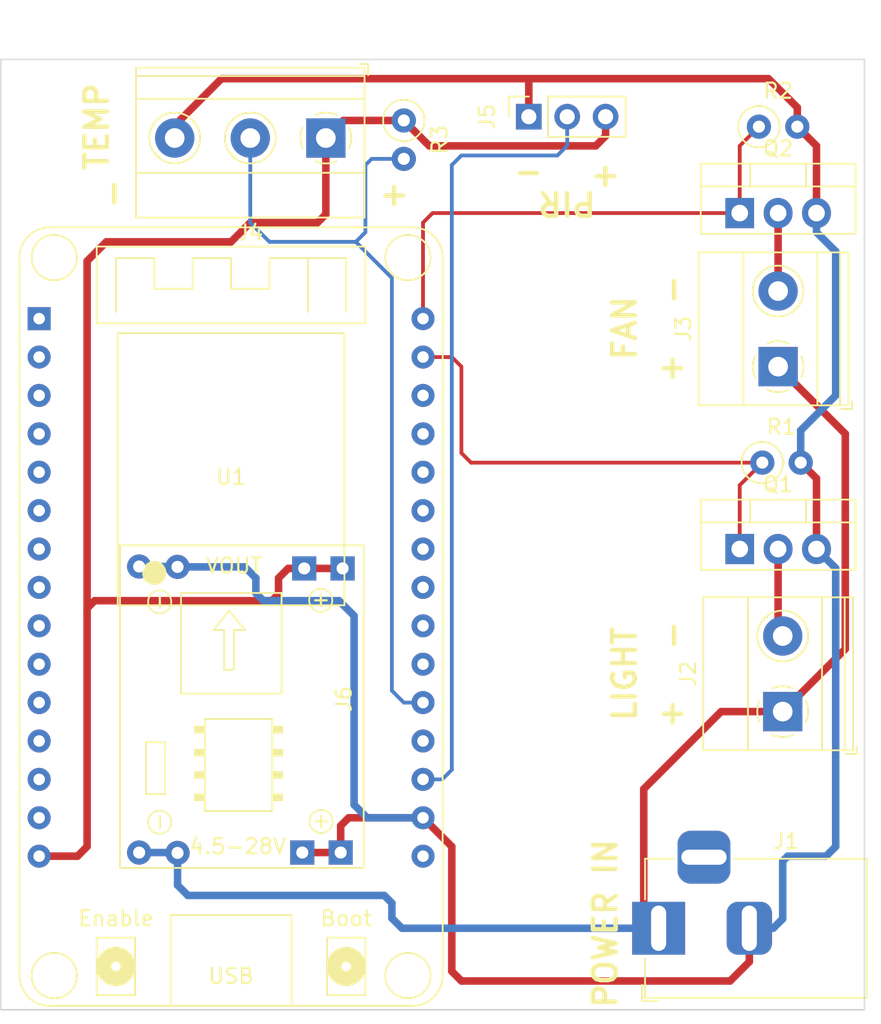
<source format=kicad_pcb>
(kicad_pcb (version 20240108) (generator "pcbnew") (generator_version "8.0")
  (layers (0 "F.Cu" signal) (31 "B.Cu" signal) (34 "B.Paste" user) (35 "F.Paste" user) (36 "B.SilkS" user "B.Silkscreen") (37 "F.SilkS" user "F.Silkscreen") (38 "B.Mask" user) (39 "F.Mask" user) (44 "Edge.Cuts" user))
  (net 0 "")
  (net 1 "Net-(J2-Pin_1)")
  (net 2 "Net-(J4-Pin_3)")
  (net 3 "Net-(J2-Pin_2)")
  (net 4 "Net-(J3-Pin_2)")
  (net 5 "Net-(J4-Pin_2)")
  (net 6 "Net-(J4-Pin_1)")
  (net 7 "Net-(J5-Pin_2)")
  (net 8 "Net-(Q1-G)")
  (net 9 "Net-(Q2-G)")
  (footprint "esp32_devkit_v1_doit:esp32_devkit_v1_doit" (layer "F.Cu") (at 86.36 53.34)
    (property "Reference" "U1" (at 0 10.47 0) (layer "F.SilkS"))
    (property "Value" "ESP32_DevKit_V1_DOIT")
    (fp_line (start -14 -4.04) (end -14 43.46) (stroke (width 0.12)) (layer "F.SilkS"))
    (fp_line (start -12 -6.04) (end 12 -6.04) (stroke (width 0.12)) (layer "F.SilkS"))
    (fp_line (start -12 45.46) (end 12 45.46) (stroke (width 0.12)) (layer "F.SilkS"))
    (fp_line (start -8.89 -4.77) (end 8.89 -4.77) (stroke (width 0.12)) (layer "F.SilkS"))
    (fp_line (start -8.89 0.31) (end -8.89 -4.77) (stroke (width 0.12)) (layer "F.SilkS"))
    (fp_line (start -8.89 40.95) (end -6.35 40.95) (stroke (width 0.12)) (layer "F.SilkS"))
    (fp_line (start -8.89 44.76) (end -8.89 40.95) (stroke (width 0.12)) (layer "F.SilkS"))
    (fp_line (start -7.62 -4.008) (end -5.08 -4.008) (stroke (width 0.12)) (layer "F.SilkS"))
    (fp_line (start -7.62 -0.452) (end -7.62 -4.008) (stroke (width 0.12)) (layer "F.SilkS"))
    (fp_line (start -7.5 0.96) (end 7.5 0.96) (stroke (width 0.12)) (layer "F.SilkS"))
    (fp_line (start -7.5 18.96) (end -7.5 0.96) (stroke (width 0.12)) (layer "F.SilkS"))
    (fp_line (start -6.35 40.95) (end -6.35 44.76) (stroke (width 0.12)) (layer "F.SilkS"))
    (fp_line (start -6.35 44.76) (end -8.89 44.76) (stroke (width 0.12)) (layer "F.SilkS"))
    (fp_line (start -5.08 -4.008) (end -5.08 -1.976) (stroke (width 0.12)) (layer "F.SilkS"))
    (fp_line (start -5.08 -1.976) (end -2.54 -1.976) (stroke (width 0.12)) (layer "F.SilkS"))
    (fp_line (start -4 39.46) (end -4 45.46) (stroke (width 0.12)) (layer "F.SilkS"))
    (fp_line (start -4 39.46) (end 4 39.46) (stroke (width 0.12)) (layer "F.SilkS"))
    (fp_line (start -2.54 -4.008) (end 0 -4.008) (stroke (width 0.12)) (layer "F.SilkS"))
    (fp_line (start -2.54 -1.976) (end -2.54 -4.008) (stroke (width 0.12)) (layer "F.SilkS"))
    (fp_line (start 0 -4.008) (end 0 -1.976) (stroke (width 0.12)) (layer "F.SilkS"))
    (fp_line (start 0 -1.976) (end 2.54 -1.976) (stroke (width 0.12)) (layer "F.SilkS"))
    (fp_line (start 2.54 -4.008) (end 7.62 -4.008) (stroke (width 0.12)) (layer "F.SilkS"))
    (fp_line (start 2.54 -1.976) (end 2.54 -4.008) (stroke (width 0.12)) (layer "F.SilkS"))
    (fp_line (start 4 39.46) (end 4 45.46) (stroke (width 0.12)) (layer "F.SilkS"))
    (fp_line (start 5.08 -4.008) (end 5.08 -0.452) (stroke (width 0.12)) (layer "F.SilkS"))
    (fp_line (start 6.35 40.95) (end 8.89 40.95) (stroke (width 0.12)) (layer "F.SilkS"))
    (fp_line (start 6.35 44.76) (end 6.35 40.95) (stroke (width 0.12)) (layer "F.SilkS"))
    (fp_line (start 7.5 0.96) (end 7.5 18.96) (stroke (width 0.12)) (layer "F.SilkS"))
    (fp_line (start 7.5 18.96) (end -7.5 18.96) (stroke (width 0.12)) (layer "F.SilkS"))
    (fp_line (start 7.62 -4.008) (end 7.62 -0.452) (stroke (width 0.12)) (layer "F.SilkS"))
    (fp_line (start 8.89 -4.77) (end 8.89 0.31) (stroke (width 0.12)) (layer "F.SilkS"))
    (fp_line (start 8.89 0.31) (end -8.89 0.31) (stroke (width 0.12)) (layer "F.SilkS"))
    (fp_line (start 8.89 40.95) (end 8.89 44.76) (stroke (width 0.12)) (layer "F.SilkS"))
    (fp_line (start 8.89 44.76) (end 6.35 44.76) (stroke (width 0.12)) (layer "F.SilkS"))
    (fp_line (start 14 43.46) (end 14 -4.04) (stroke (width 0.12)) (layer "F.SilkS"))
    (fp_arc (start -14 -4.04) (mid -13.414214 -5.454214) (end -12 -6.04) (stroke (width 0.12)) (layer "F.SilkS"))
    (fp_arc (start -12 45.46) (mid -13.414214 44.874214) (end -14 43.46) (stroke (width 0.12)) (layer "F.SilkS"))
    (fp_arc (start 12 -6.04) (mid 13.414214 -5.454214) (end 14 -4.04) (stroke (width 0.12)) (layer "F.SilkS"))
    (fp_arc (start 14 43.46) (mid 13.414214 44.874214) (end 12 45.46) (stroke (width 0.12)) (layer "F.SilkS"))
    (fp_circle (center -11.7 -4.04) (end -10.2 -4.04) (stroke (width 0.12)) (fill none) (layer "F.SilkS"))
    (fp_circle (center -11.7 43.46) (end -10.2 43.46) (stroke (width 0.12)) (fill none) (layer "F.SilkS"))
    (fp_circle (center -7.62 42.855) (end -7.32 42.855) (stroke (width 1)) (fill none) (layer "F.SilkS"))
    (fp_circle (center -5.08 16.82) (end -4.68 16.82) (stroke (width 0.8)) (fill none) (layer "F.SilkS"))
    (fp_circle (center 7.62 42.855) (end 7.92 42.855) (stroke (width 1)) (fill none) (layer "F.SilkS"))
    (fp_circle (center 11.7 -4.04) (end 13.2 -4.04) (stroke (width 0.12)) (fill none) (layer "F.SilkS"))
    (fp_circle (center 11.7 43.46) (end 13.2 43.46) (stroke (width 0.12)) (fill none) (layer "F.SilkS"))
    (fp_text user "Enable" (at -7.62 39.68 0) (layer "F.SilkS"))
    (fp_text user "Boot" (at 7.62 39.68 0) (layer "F.SilkS"))
    (fp_text user "USB" (at 0 43.49 0) (layer "F.SilkS"))
    (pad "1" thru_hole rect (at -12.7 0) (size 1.524 1.524) (drill 0.762) (layers "*.Cu" "*.Mask"))
    (pad "2" thru_hole circle (at -12.7 2.54) (size 1.524 1.524) (drill 0.762) (layers "*.Cu" "*.Mask"))
    (pad "3" thru_hole circle (at -12.7 5.08) (size 1.524 1.524) (drill 0.762) (layers "*.Cu" "*.Mask"))
    (pad "4" thru_hole circle (at -12.7 7.62) (size 1.524 1.524) (drill 0.762) (layers "*.Cu" "*.Mask"))
    (pad "5" thru_hole circle (at -12.7 10.16) (size 1.524 1.524) (drill 0.762) (layers "*.Cu" "*.Mask"))
    (pad "6" thru_hole circle (at -12.7 12.7) (size 1.524 1.524) (drill 0.762) (layers "*.Cu" "*.Mask"))
    (pad "7" thru_hole circle (at -12.7 15.24) (size 1.524 1.524) (drill 0.762) (layers "*.Cu" "*.Mask"))
    (pad "8" thru_hole circle (at -12.7 17.78) (size 1.524 1.524) (drill 0.762) (layers "*.Cu" "*.Mask"))
    (pad "9" thru_hole circle (at -12.7 20.32) (size 1.524 1.524) (drill 0.762) (layers "*.Cu" "*.Mask"))
    (pad "10" thru_hole circle (at -12.7 22.86) (size 1.524 1.524) (drill 0.762) (layers "*.Cu" "*.Mask"))
    (pad "11" thru_hole circle (at -12.7 25.4) (size 1.524 1.524) (drill 0.762) (layers "*.Cu" "*.Mask"))
    (pad "12" thru_hole circle (at -12.7 27.94) (size 1.524 1.524) (drill 0.762) (layers "*.Cu" "*.Mask"))
    (pad "13" thru_hole circle (at -12.7 30.48) (size 1.524 1.524) (drill 0.762) (layers "*.Cu" "*.Mask"))
    (pad "14" thru_hole circle (at -12.7 33.02) (size 1.524 1.524) (drill 0.762) (layers "*.Cu" "*.Mask"))
    (pad "15" thru_hole circle (at -12.7 35.56) (size 1.524 1.524) (drill 0.762) (layers "*.Cu" "*.Mask") (net 6 "Net-(J4-Pin_1)"))
    (pad "16" thru_hole circle (at 12.7 35.56) (size 1.524 1.524) (drill 0.762) (layers "*.Cu" "*.Mask"))
    (pad "17" thru_hole circle (at 12.7 33.02) (size 1.524 1.524) (drill 0.762) (layers "*.Cu" "*.Mask") (net 2 "Net-(J4-Pin_3)"))
    (pad "18" thru_hole circle (at 12.7 30.48) (size 1.524 1.524) (drill 0.762) (layers "*.Cu" "*.Mask") (net 7 "Net-(J5-Pin_2)"))
    (pad "19" thru_hole circle (at 12.7 27.94) (size 1.524 1.524) (drill 0.762) (layers "*.Cu" "*.Mask"))
    (pad "20" thru_hole circle (at 12.7 25.4) (size 1.524 1.524) (drill 0.762) (layers "*.Cu" "*.Mask") (net 5 "Net-(J4-Pin_2)"))
    (pad "21" thru_hole circle (at 12.7 22.86) (size 1.524 1.524) (drill 0.762) (layers "*.Cu" "*.Mask"))
    (pad "22" thru_hole circle (at 12.7 20.32) (size 1.524 1.524) (drill 0.762) (layers "*.Cu" "*.Mask"))
    (pad "23" thru_hole circle (at 12.7 17.78) (size 1.524 1.524) (drill 0.762) (layers "*.Cu" "*.Mask"))
    (pad "24" thru_hole circle (at 12.7 15.24) (size 1.524 1.524) (drill 0.762) (layers "*.Cu" "*.Mask"))
    (pad "25" thru_hole circle (at 12.7 12.7) (size 1.524 1.524) (drill 0.762) (layers "*.Cu" "*.Mask"))
    (pad "26" thru_hole circle (at 12.7 10.16) (size 1.524 1.524) (drill 0.762) (layers "*.Cu" "*.Mask"))
    (pad "27" thru_hole circle (at 12.7 7.62) (size 1.524 1.524) (drill 0.762) (layers "*.Cu" "*.Mask"))
    (pad "28" thru_hole circle (at 12.7 5.08) (size 1.524 1.524) (drill 0.762) (layers "*.Cu" "*.Mask"))
    (pad "29" thru_hole circle (at 12.7 2.54) (size 1.524 1.524) (drill 0.762) (layers "*.Cu" "*.Mask") (net 8 "Net-(Q1-G)"))
    (pad "30" thru_hole circle (at 12.7 0) (size 1.524 1.524) (drill 0.762) (layers "*.Cu" "*.Mask") (net 9 "Net-(Q2-G)"))
  )
  (footprint "Connector_PinSocket_2.54mm:PinSocket_1x03_P2.54mm_Vertical" (layer "F.Cu") (at 106.06 39.98 90)
    (property "Reference" "J5" (at 0 -2.77 90) (layer "F.SilkS"))
    (property "Value" "Conn_01x03_Female")
    (fp_line (start 1.33 -1.33) (end 1.33 0) (stroke (width 0.12)) (layer "F.SilkS"))
    (fp_line (start 0 -1.33) (end 1.33 -1.33) (stroke (width 0.12)) (layer "F.SilkS"))
    (fp_line (start 1.33 1.27) (end 1.33 6.41) (stroke (width 0.12)) (layer "F.SilkS"))
    (fp_line (start -1.33 1.27) (end 1.33 1.27) (stroke (width 0.12)) (layer "F.SilkS"))
    (fp_line (start -1.33 1.27) (end -1.33 6.41) (stroke (width 0.12)) (layer "F.SilkS"))
    (fp_line (start -1.33 6.41) (end 1.33 6.41) (stroke (width 0.12)) (layer "F.SilkS"))
    (pad "1" thru_hole rect (at 0 0 90) (size 1.7 1.7) (drill 1) (layers "*.Cu" "*.Mask") (net 2 "Net-(J4-Pin_3)"))
    (pad "2" thru_hole oval (at 0 2.54 90) (size 1.7 1.7) (drill 1) (layers "*.Cu" "*.Mask") (net 7 "Net-(J5-Pin_2)"))
    (pad "3" thru_hole oval (at 0 5.08 90) (size 1.7 1.7) (drill 1) (layers "*.Cu" "*.Mask") (net 6 "Net-(J4-Pin_1)"))
  )
  (footprint "Package_TO_SOT_THT:TO-220-3_Vertical" (layer "F.Cu") (at 120.015 46.355)
    (property "Reference" "Q2" (at 2.54 -4.27 0) (layer "F.SilkS"))
    (property "Value" "IRF740")
    (fp_line (start -2.58 -3.27) (end -2.58 1.371) (stroke (width 0.12)) (layer "F.SilkS"))
    (fp_line (start -2.58 -3.27) (end 7.66 -3.27) (stroke (width 0.12)) (layer "F.SilkS"))
    (fp_line (start -2.58 -1.76) (end 7.66 -1.76) (stroke (width 0.12)) (layer "F.SilkS"))
    (fp_line (start -2.58 1.371) (end 7.66 1.371) (stroke (width 0.12)) (layer "F.SilkS"))
    (fp_line (start 0.69 -3.27) (end 0.69 -1.76) (stroke (width 0.12)) (layer "F.SilkS"))
    (fp_line (start 4.391 -3.27) (end 4.391 -1.76) (stroke (width 0.12)) (layer "F.SilkS"))
    (fp_line (start 7.66 -3.27) (end 7.66 1.371) (stroke (width 0.12)) (layer "F.SilkS"))
    (pad "1" thru_hole rect (at 0 0) (size 1.905 2) (drill 1.1) (layers "*.Cu" "*.Mask") (net 9 "Net-(Q2-G)"))
    (pad "2" thru_hole oval (at 2.54 0) (size 1.905 2) (drill 1.1) (layers "*.Cu" "*.Mask") (net 4 "Net-(J3-Pin_2)"))
    (pad "3" thru_hole oval (at 5.08 0) (size 1.905 2) (drill 1.1) (layers "*.Cu" "*.Mask") (net 2 "Net-(J4-Pin_3)"))
  )
  (footprint "Package_TO_SOT_THT:TO-220-3_Vertical" (layer "F.Cu") (at 120.015 68.58)
    (property "Reference" "Q1" (at 2.54 -4.27 0) (layer "F.SilkS"))
    (property "Value" "IRF740")
    (fp_line (start -2.58 -3.27) (end -2.58 1.371) (stroke (width 0.12)) (layer "F.SilkS"))
    (fp_line (start -2.58 -3.27) (end 7.66 -3.27) (stroke (width 0.12)) (layer "F.SilkS"))
    (fp_line (start -2.58 -1.76) (end 7.66 -1.76) (stroke (width 0.12)) (layer "F.SilkS"))
    (fp_line (start -2.58 1.371) (end 7.66 1.371) (stroke (width 0.12)) (layer "F.SilkS"))
    (fp_line (start 0.69 -3.27) (end 0.69 -1.76) (stroke (width 0.12)) (layer "F.SilkS"))
    (fp_line (start 4.391 -3.27) (end 4.391 -1.76) (stroke (width 0.12)) (layer "F.SilkS"))
    (fp_line (start 7.66 -3.27) (end 7.66 1.371) (stroke (width 0.12)) (layer "F.SilkS"))
    (pad "1" thru_hole rect (at 0 0) (size 1.905 2) (drill 1.1) (layers "*.Cu" "*.Mask") (net 8 "Net-(Q1-G)"))
    (pad "2" thru_hole oval (at 2.54 0) (size 1.905 2) (drill 1.1) (layers "*.Cu" "*.Mask") (net 3 "Net-(J2-Pin_2)"))
    (pad "3" thru_hole oval (at 5.08 0) (size 1.905 2) (drill 1.1) (layers "*.Cu" "*.Mask") (net 2 "Net-(J4-Pin_3)"))
  )
  (footprint "TerminalBlock_Phoenix:TerminalBlock_Phoenix_MKDS-1,5-3_1x03_P5.00mm_Horizontal" (layer "F.Cu") (at 92.63 41.3915 180)
    (property "Reference" "J4" (at 5 -6.26 0) (layer "F.SilkS"))
    (property "Value" "Screw_Terminal_01x03")
    (fp_line (start 12.56 -5.261) (end 12.56 4.66) (stroke (width 0.12)) (layer "F.SilkS"))
    (fp_line (start 11.275 -1.069) (end 11.228 -1.023) (stroke (width 0.12)) (layer "F.SilkS"))
    (fp_line (start 11.07 -1.275) (end 11.035 -1.239) (stroke (width 0.12)) (layer "F.SilkS"))
    (fp_line (start 8.966 1.239) (end 8.931 1.274) (stroke (width 0.12)) (layer "F.SilkS"))
    (fp_line (start 8.773 1.023) (end 8.726 1.069) (stroke (width 0.12)) (layer "F.SilkS"))
    (fp_line (start 6.275 -1.069) (end 6.228 -1.023) (stroke (width 0.12)) (layer "F.SilkS"))
    (fp_line (start 6.07 -1.275) (end 6.035 -1.239) (stroke (width 0.12)) (layer "F.SilkS"))
    (fp_line (start 3.966 1.239) (end 3.931 1.274) (stroke (width 0.12)) (layer "F.SilkS"))
    (fp_line (start 3.773 1.023) (end 3.726 1.069) (stroke (width 0.12)) (layer "F.SilkS"))
    (fp_line (start -2.56 4.66) (end 12.56 4.66) (stroke (width 0.12)) (layer "F.SilkS"))
    (fp_line (start -2.56 4.1) (end 12.56 4.1) (stroke (width 0.12)) (layer "F.SilkS"))
    (fp_line (start -2.56 2.6) (end 12.56 2.6) (stroke (width 0.12)) (layer "F.SilkS"))
    (fp_line (start -2.56 -2.301) (end 12.56 -2.301) (stroke (width 0.12)) (layer "F.SilkS"))
    (fp_line (start -2.56 -5.261) (end 12.56 -5.261) (stroke (width 0.12)) (layer "F.SilkS"))
    (fp_line (start -2.56 -5.261) (end -2.56 4.66) (stroke (width 0.12)) (layer "F.SilkS"))
    (fp_line (start -2.8 4.9) (end -2.3 4.9) (stroke (width 0.12)) (layer "F.SilkS"))
    (fp_line (start -2.8 4.16) (end -2.8 4.9) (stroke (width 0.12)) (layer "F.SilkS"))
    (fp_arc (start 1.535427 -0.683042) (mid 1.680501 0.000524) (end 1.535 0.684) (stroke (width 0.12)) (layer "F.SilkS"))
    (fp_arc (start 0.683318 1.534756) (mid 0.349292 1.643288) (end 0 1.68) (stroke (width 0.12)) (layer "F.SilkS"))
    (fp_arc (start 0.028805 1.680253) (mid -0.335551 1.646659) (end -0.684 1.535) (stroke (width 0.12)) (layer "F.SilkS"))
    (fp_arc (start -0.683042 -1.535427) (mid 0.000524 -1.680501) (end 0.684 -1.535) (stroke (width 0.12)) (layer "F.SilkS"))
    (fp_arc (start -1.535427 0.683042) (mid -1.680501 -0.000524) (end -1.535 -0.684) (stroke (width 0.12)) (layer "F.SilkS"))
    (fp_circle (center 10 0) (end 11.68 0) (stroke (width 0.12)) (fill none) (layer "F.SilkS"))
    (fp_circle (center 5 0) (end 6.68 0) (stroke (width 0.12)) (fill none) (layer "F.SilkS"))
    (pad "1" thru_hole rect (at 0 0 180) (size 2.6 2.6) (drill 1.3) (layers "*.Cu" "*.Mask") (net 6 "Net-(J4-Pin_1)"))
    (pad "2" thru_hole circle (at 5 0 180) (size 2.6 2.6) (drill 1.3) (layers "*.Cu" "*.Mask") (net 5 "Net-(J4-Pin_2)"))
    (pad "3" thru_hole circle (at 10 0 180) (size 2.6 2.6) (drill 1.3) (layers "*.Cu" "*.Mask") (net 2 "Net-(J4-Pin_3)"))
  )
  (footprint "Library:SRT_MPT1584EN_Module" (layer "F.Cu") (at 86.5 78.5 90)
    (property "Reference" "J6" (at 0 7.3152 -90) (layer "F.SilkS"))
    (property "Value" "Conn_02x02_Counter_Clockwise")
    (fp_line (start 10.16 -7.493) (end -11.176 -7.493) (stroke (width 0.12)) (layer "F.SilkS"))
    (fp_line (start -11.176 -7.493) (end -11.176 8.636) (stroke (width 0.12)) (layer "F.SilkS"))
    (fp_line (start -2.8702 -5.7658) (end -2.8702 -4.4958) (stroke (width 0.12)) (layer "F.SilkS"))
    (fp_line (start -6.2992 -5.7658) (end -2.8702 -5.7658) (stroke (width 0.12)) (layer "F.SilkS"))
    (fp_line (start -2.8702 -4.4958) (end -6.2992 -4.4958) (stroke (width 0.12)) (layer "F.SilkS"))
    (fp_line (start -6.2992 -4.4958) (end -6.2992 -5.7658) (stroke (width 0.12)) (layer "F.SilkS"))
    (fp_line (start 7.0104 -3.4544) (end 7.0104 3.2004) (stroke (width 0.12)) (layer "F.SilkS"))
    (fp_line (start 0.3556 -3.4544) (end 7.0104 -3.4544) (stroke (width 0.12)) (layer "F.SilkS"))
    (fp_line (start 0.3556 -3.4544) (end 0.3556 3.2004) (stroke (width 0.12)) (layer "F.SilkS"))
    (fp_line (start -7.4168 -1.8796) (end -1.3208 -1.8796) (stroke (width 0.12)) (layer "F.SilkS"))
    (fp_line (start 4.5593 -1.2954) (end 5.8293 -0.2794) (stroke (width 0.12)) (layer "F.SilkS"))
    (fp_line (start 4.5593 -0.5969) (end 4.5593 -1.2954) (stroke (width 0.12)) (layer "F.SilkS"))
    (fp_line (start 1.9304 -0.5969) (end 4.5593 -0.5969) (stroke (width 0.12)) (layer "F.SilkS"))
    (fp_line (start 5.8293 -0.2794) (end 4.5593 0.8001) (stroke (width 0.12)) (layer "F.SilkS"))
    (fp_line (start 1.9304 0.0381) (end 1.9304 -0.5969) (stroke (width 0.12)) (layer "F.SilkS"))
    (fp_line (start 1.9304 0.0381) (end 4.5593 0.0381) (stroke (width 0.12)) (layer "F.SilkS"))
    (fp_line (start 4.5593 0.8001) (end 4.5593 0.0381) (stroke (width 0.12)) (layer "F.SilkS"))
    (fp_line (start -1.3208 2.5908) (end -1.3208 -1.8796) (stroke (width 0.12)) (layer "F.SilkS"))
    (fp_line (start -1.3208 2.5908) (end -7.4168 2.5908) (stroke (width 0.12)) (layer "F.SilkS"))
    (fp_line (start -7.4168 2.5908) (end -7.4168 -1.8796) (stroke (width 0.12)) (layer "F.SilkS"))
    (fp_line (start 7.0104 3.2004) (end 0.3556 3.2004) (stroke (width 0.12)) (layer "F.SilkS"))
    (fp_line (start 10.16 8.636) (end 10.16 -7.493) (stroke (width 0.12)) (layer "F.SilkS"))
    (fp_line (start -11.176 8.636) (end 10.16 8.636) (stroke (width 0.12)) (layer "F.SilkS"))
    (fp_circle (center 6.4262 -4.8641) (end 6.9977 -4.3561) (stroke (width 0.12)) (fill none) (layer "F.SilkS"))
    (fp_circle (center -8.1534 -4.8641) (end -7.5819 -4.3561) (stroke (width 0.12)) (fill none) (layer "F.SilkS"))
    (fp_circle (center 6.5278 5.7912) (end 7.0993 6.2992) (stroke (width 0.12)) (fill none) (layer "F.SilkS"))
    (fp_circle (center -8.1026 5.8166) (end -7.5311 6.3246) (stroke (width 0.12)) (fill none) (layer "F.SilkS"))
    (fp_poly (pts (xy -2.2352 -2.54) (xy -1.8288 -2.54) (xy -1.8288 -1.9304) (xy -2.2352 -1.9304)) (stroke (width 0.1)) (fill solid) (layer "F.SilkS"))
    (fp_poly (pts (xy -3.7592 -2.54) (xy -3.3528 -2.54) (xy -3.3528 -1.9304) (xy -3.7592 -1.9304)) (stroke (width 0.1)) (fill solid) (layer "F.SilkS"))
    (fp_poly (pts (xy -5.2324 -2.54) (xy -4.826 -2.54) (xy -4.826 -1.9304) (xy -5.2324 -1.9304)) (stroke (width 0.1)) (fill solid) (layer "F.SilkS"))
    (fp_poly (pts (xy -6.7056 -2.54) (xy -6.2992 -2.54) (xy -6.2992 -1.9304) (xy -6.7056 -1.9304)) (stroke (width 0.1)) (fill solid) (layer "F.SilkS"))
    (fp_poly (pts (xy -2.2352 2.6416) (xy -1.8288 2.6416) (xy -1.8288 3.2512) (xy -2.2352 3.2512)) (stroke (width 0.1)) (fill solid) (layer "F.SilkS"))
    (fp_poly (pts (xy -3.7592 2.6416) (xy -3.3528 2.6416) (xy -3.3528 3.2512) (xy -3.7592 3.2512)) (stroke (width 0.1)) (fill solid) (layer "F.SilkS"))
    (fp_poly (pts (xy -5.2324 2.6416) (xy -4.826 2.6416) (xy -4.826 3.2512) (xy -5.2324 3.2512)) (stroke (width 0.1)) (fill solid) (layer "F.SilkS"))
    (fp_poly (pts (xy -6.7056 2.6416) (xy -6.2992 2.6416) (xy -6.2992 3.2512) (xy -6.7056 3.2512)) (stroke (width 0.1)) (fill solid) (layer "F.SilkS"))
    (fp_text user "VOUT" (at 8.8138 0.0508 0) (layer "F.SilkS"))
    (fp_text user "-" (at 6.4262 -4.9276 270) (layer "F.SilkS"))
    (fp_text user "-" (at -8.1534 -4.9276 270) (layer "F.SilkS"))
    (fp_text user "+" (at -8.1026 5.7531 270) (layer "F.SilkS"))
    (fp_text user "+" (at 6.5278 5.7277 270) (layer "F.SilkS"))
    (fp_text user "4.5-28V" (at -9.7536 0.3048 0) (layer "F.SilkS"))
    (pad "1" thru_hole rect (at -10.16 4.572 180) (size 1.6 1.6) (drill 0.8) (layers "*.Cu" "B.Mask") (net 2 "Net-(J4-Pin_3)"))
    (pad "1" thru_hole rect (at -10.16 7.112 180) (size 1.6 1.6) (drill 0.8) (layers "*.Cu" "B.Mask") (net 2 "Net-(J4-Pin_3)"))
    (pad "2" thru_hole oval (at -10.1854 -3.683 180) (size 1.6 1.6) (drill 0.8) (layers "*.Cu" "B.Mask") (net 1 "Net-(J2-Pin_1)"))
    (pad "2" thru_hole oval (at -10.16 -6.223 180) (size 1.6 1.6) (drill 0.8) (layers "*.Cu" "B.Mask") (net 1 "Net-(J2-Pin_1)"))
    (pad "3" thru_hole rect (at 8.636 4.699 180) (size 1.6 1.6) (drill 0.8) (layers "*.Cu" "B.Mask") (net 6 "Net-(J4-Pin_1)"))
    (pad "3" thru_hole rect (at 8.636 7.239 180) (size 1.6 1.6) (drill 0.8) (layers "*.Cu" "B.Mask") (net 6 "Net-(J4-Pin_1)"))
    (pad "4" thru_hole oval (at 8.7376 -3.683 180) (size 1.6 1.6) (drill 0.8) (layers "*.Cu" "B.Mask") (net 2 "Net-(J4-Pin_3)"))
    (pad "4" thru_hole oval (at 8.763 -6.223 180) (size 1.6 1.6) (drill 0.8) (layers "*.Cu" "B.Mask") (net 2 "Net-(J4-Pin_3)"))
  )
  (footprint "Resistor_THT:R_Axial_DIN0207_L6.3mm_D2.5mm_P2.54mm_Vertical" (layer "F.Cu") (at 121.51 62.865)
    (property "Reference" "R1" (at 1.27 -2.37 0) (layer "F.SilkS"))
    (property "Value" "R")
    (fp_line (start 1.37 0) (end 1.44 0) (stroke (width 0.12)) (layer "F.SilkS"))
    (fp_circle (center 0 0) (end 1.37 0) (stroke (width 0.12)) (fill none) (layer "F.SilkS"))
    (pad "1" thru_hole circle (at 0 0) (size 1.6 1.6) (drill 0.8) (layers "*.Cu" "*.Mask") (net 8 "Net-(Q1-G)"))
    (pad "2" thru_hole oval (at 2.54 0) (size 1.6 1.6) (drill 0.8) (layers "*.Cu" "*.Mask") (net 2 "Net-(J4-Pin_3)"))
  )
  (footprint "Resistor_THT:R_Axial_DIN0207_L6.3mm_D2.5mm_P2.54mm_Vertical" (layer "F.Cu") (at 97.79 40.23 -90)
    (property "Reference" "R3" (at 1.27 -2.37 90) (layer "F.SilkS"))
    (property "Value" "R")
    (fp_line (start 1.37 0) (end 1.44 0) (stroke (width 0.12)) (layer "F.SilkS"))
    (fp_circle (center 0 0) (end 1.37 0) (stroke (width 0.12)) (fill none) (layer "F.SilkS"))
    (pad "1" thru_hole circle (at 0 0 270) (size 1.6 1.6) (drill 0.8) (layers "*.Cu" "*.Mask") (net 6 "Net-(J4-Pin_1)"))
    (pad "2" thru_hole oval (at 2.54 0 270) (size 1.6 1.6) (drill 0.8) (layers "*.Cu" "*.Mask") (net 5 "Net-(J4-Pin_2)"))
  )
  (footprint "Connector_BarrelJack:BarrelJack_Horizontal" (layer "F.Cu") (at 114.65 93.6675 180)
    (property "Reference" "J1" (at -8.45 5.75 0) (layer "F.SilkS"))
    (property "Value" "Barrel_Jack")
    (fp_line (start 1.1 -3.75) (end 1.1 -4.8) (stroke (width 0.12)) (layer "F.SilkS"))
    (fp_line (start 0.9 4.6) (end -1 4.6) (stroke (width 0.12)) (layer "F.SilkS"))
    (fp_line (start 0.9 1.9) (end 0.9 4.6) (stroke (width 0.12)) (layer "F.SilkS"))
    (fp_line (start 0.9 -4.6) (end 0.9 -2) (stroke (width 0.12)) (layer "F.SilkS"))
    (fp_line (start 0.05 -4.8) (end 1.1 -4.8) (stroke (width 0.12)) (layer "F.SilkS"))
    (fp_line (start -5 4.6) (end -13.8 4.6) (stroke (width 0.12)) (layer "F.SilkS"))
    (fp_line (start -13.8 4.6) (end -13.8 -4.6) (stroke (width 0.12)) (layer "F.SilkS"))
    (fp_line (start -13.8 -4.6) (end 0.9 -4.6) (stroke (width 0.12)) (layer "F.SilkS"))
    (pad "1" thru_hole rect (at 0 0 180) (size 3.5 3.5) (drill oval 1 3) (layers "*.Cu" "*.Mask") (net 1 "Net-(J2-Pin_1)"))
    (pad "2" thru_hole roundrect (at -6 0 180) (size 3 3.5) (drill oval 1 3) (layers "*.Cu" "*.Mask") (net 2 "Net-(J4-Pin_3)"))
    (pad "3" thru_hole roundrect (at -3 4.7 180) (size 3.5 3.5) (drill oval 3 1) (layers "*.Cu" "*.Mask"))
  )
  (footprint "TerminalBlock_Phoenix:TerminalBlock_Phoenix_MKDS-1,5-2_1x02_P5.00mm_Horizontal" (layer "F.Cu") (at 122.555 56.515 90)
    (property "Reference" "J3" (at 2.5 -6.26 90) (layer "F.SilkS"))
    (property "Value" "Screw_Terminal_01x02")
    (fp_line (start 7.56 -5.261) (end 7.56 4.66) (stroke (width 0.12)) (layer "F.SilkS"))
    (fp_line (start -2.56 -5.261) (end 7.56 -5.261) (stroke (width 0.12)) (layer "F.SilkS"))
    (fp_line (start -2.56 -5.261) (end -2.56 4.66) (stroke (width 0.12)) (layer "F.SilkS"))
    (fp_line (start -2.56 -2.301) (end 7.56 -2.301) (stroke (width 0.12)) (layer "F.SilkS"))
    (fp_line (start 6.07 -1.275) (end 6.035 -1.239) (stroke (width 0.12)) (layer "F.SilkS"))
    (fp_line (start 6.275 -1.069) (end 6.228 -1.023) (stroke (width 0.12)) (layer "F.SilkS"))
    (fp_line (start 3.773 1.023) (end 3.726 1.069) (stroke (width 0.12)) (layer "F.SilkS"))
    (fp_line (start 3.966 1.239) (end 3.931 1.274) (stroke (width 0.12)) (layer "F.SilkS"))
    (fp_line (start -2.56 2.6) (end 7.56 2.6) (stroke (width 0.12)) (layer "F.SilkS"))
    (fp_line (start -2.56 4.1) (end 7.56 4.1) (stroke (width 0.12)) (layer "F.SilkS"))
    (fp_line (start -2.8 4.16) (end -2.8 4.9) (stroke (width 0.12)) (layer "F.SilkS"))
    (fp_line (start -2.56 4.66) (end 7.56 4.66) (stroke (width 0.12)) (layer "F.SilkS"))
    (fp_line (start -2.8 4.9) (end -2.3 4.9) (stroke (width 0.12)) (layer "F.SilkS"))
    (fp_arc (start -0.683042 -1.535427) (mid 0.000524 -1.680501) (end 0.684 -1.535) (stroke (width 0.12)) (layer "F.SilkS"))
    (fp_arc (start 1.535427 -0.683042) (mid 1.680501 0.000524) (end 1.535 0.684) (stroke (width 0.12)) (layer "F.SilkS"))
    (fp_arc (start -1.535427 0.683042) (mid -1.680501 -0.000524) (end -1.535 -0.684) (stroke (width 0.12)) (layer "F.SilkS"))
    (fp_arc (start 0.683318 1.534756) (mid 0.349292 1.643288) (end 0 1.68) (stroke (width 0.12)) (layer "F.SilkS"))
    (fp_arc (start 0.028805 1.680253) (mid -0.335551 1.646659) (end -0.684 1.535) (stroke (width 0.12)) (layer "F.SilkS"))
    (fp_circle (center 5 0) (end 6.68 0) (stroke (width 0.12)) (fill none) (layer "F.SilkS"))
    (pad "1" thru_hole rect (at 0 0 90) (size 2.6 2.6) (drill 1.3) (layers "*.Cu" "*.Mask") (net 1 "Net-(J2-Pin_1)"))
    (pad "2" thru_hole circle (at 5 0 90) (size 2.6 2.6) (drill 1.3) (layers "*.Cu" "*.Mask") (net 4 "Net-(J3-Pin_2)"))
  )
  (footprint "Resistor_THT:R_Axial_DIN0207_L6.3mm_D2.5mm_P2.54mm_Vertical" (layer "F.Cu") (at 121.285 40.64)
    (property "Reference" "R2" (at 1.27 -2.37 0) (layer "F.SilkS"))
    (property "Value" "R")
    (fp_line (start 1.37 0) (end 1.44 0) (stroke (width 0.12)) (layer "F.SilkS"))
    (fp_circle (center 0 0) (end 1.37 0) (stroke (width 0.12)) (fill none) (layer "F.SilkS"))
    (pad "1" thru_hole circle (at 0 0) (size 1.6 1.6) (drill 0.8) (layers "*.Cu" "*.Mask") (net 9 "Net-(Q2-G)"))
    (pad "2" thru_hole oval (at 2.54 0) (size 1.6 1.6) (drill 0.8) (layers "*.Cu" "*.Mask") (net 2 "Net-(J4-Pin_3)"))
  )
  (footprint "TerminalBlock_Phoenix:TerminalBlock_Phoenix_MKDS-1,5-2_1x02_P5.00mm_Horizontal" (layer "F.Cu") (at 122.86 79.335 90)
    (property "Reference" "J2" (at 2.5 -6.26 90) (layer "F.SilkS"))
    (property "Value" "Screw_Terminal_01x02")
    (fp_line (start 7.56 -5.261) (end 7.56 4.66) (stroke (width 0.12)) (layer "F.SilkS"))
    (fp_line (start -2.56 -5.261) (end 7.56 -5.261) (stroke (width 0.12)) (layer "F.SilkS"))
    (fp_line (start -2.56 -5.261) (end -2.56 4.66) (stroke (width 0.12)) (layer "F.SilkS"))
    (fp_line (start -2.56 -2.301) (end 7.56 -2.301) (stroke (width 0.12)) (layer "F.SilkS"))
    (fp_line (start 6.07 -1.275) (end 6.035 -1.239) (stroke (width 0.12)) (layer "F.SilkS"))
    (fp_line (start 6.275 -1.069) (end 6.228 -1.023) (stroke (width 0.12)) (layer "F.SilkS"))
    (fp_line (start 3.773 1.023) (end 3.726 1.069) (stroke (width 0.12)) (layer "F.SilkS"))
    (fp_line (start 3.966 1.239) (end 3.931 1.274) (stroke (width 0.12)) (layer "F.SilkS"))
    (fp_line (start -2.56 2.6) (end 7.56 2.6) (stroke (width 0.12)) (layer "F.SilkS"))
    (fp_line (start -2.56 4.1) (end 7.56 4.1) (stroke (width 0.12)) (layer "F.SilkS"))
    (fp_line (start -2.8 4.16) (end -2.8 4.9) (stroke (width 0.12)) (layer "F.SilkS"))
    (fp_line (start -2.56 4.66) (end 7.56 4.66) (stroke (width 0.12)) (layer "F.SilkS"))
    (fp_line (start -2.8 4.9) (end -2.3 4.9) (stroke (width 0.12)) (layer "F.SilkS"))
    (fp_arc (start -0.683042 -1.535427) (mid 0.000524 -1.680501) (end 0.684 -1.535) (stroke (width 0.12)) (layer "F.SilkS"))
    (fp_arc (start 1.535427 -0.683042) (mid 1.680501 0.000524) (end 1.535 0.684) (stroke (width 0.12)) (layer "F.SilkS"))
    (fp_arc (start -1.535427 0.683042) (mid -1.680501 -0.000524) (end -1.535 -0.684) (stroke (width 0.12)) (layer "F.SilkS"))
    (fp_arc (start 0.683318 1.534756) (mid 0.349292 1.643288) (end 0 1.68) (stroke (width 0.12)) (layer "F.SilkS"))
    (fp_arc (start 0.028805 1.680253) (mid -0.335551 1.646659) (end -0.684 1.535) (stroke (width 0.12)) (layer "F.SilkS"))
    (fp_circle (center 5 0) (end 6.68 0) (stroke (width 0.12)) (fill none) (layer "F.SilkS"))
    (pad "1" thru_hole rect (at 0 0 90) (size 2.6 2.6) (drill 1.3) (layers "*.Cu" "*.Mask") (net 1 "Net-(J2-Pin_1)"))
    (pad "2" thru_hole circle (at 5 0 90) (size 2.6 2.6) (drill 1.3) (layers "*.Cu" "*.Mask") (net 3 "Net-(J2-Pin_2)"))
  )
  (gr_rect (start 71.12 36.195) (end 128.27 99.06) (stroke (width 0.1)) (fill none) (layer "Edge.Cuts"))
  (gr_text "POWER IN" (at 111.125 93.345 90) (layer "F.SilkS") (effects (font (size 1.5 1.5) (thickness 0.3))))
  (gr_text "PIR" (at 108.585 45.72 180) (layer "F.SilkS") (effects (font (size 1.5 1.5) (thickness 0.3))))
  (gr_text "-" (at 106.045 43.815 180) (layer "F.SilkS") (effects (font (size 1.5 1.5) (thickness 0.3))))
  (gr_text "-" (at 78.74 45.085 270) (layer "F.SilkS") (effects (font (size 1.5 1.5) (thickness 0.3))))
  (gr_text "FAN" (at 112.395 53.975 90) (layer "F.SilkS") (effects (font (size 1.5 1.5) (thickness 0.3))))
  (gr_text "LIGHT" (at 112.395 76.835 90) (layer "F.SilkS") (effects (font (size 1.5 1.5) (thickness 0.3))))
  (gr_text "TEMP" (at 77.47 40.64 90) (layer "F.SilkS") (effects (font (size 1.5 1.5) (thickness 0.3))))
  (gr_text "-" (at 115.57 51.435 90) (layer "F.SilkS") (effects (font (size 1.5 1.5) (thickness 0.3))))
  (gr_text "+" (at 115.57 56.515 0) (layer "F.SilkS") (effects (font (size 1.5 1.5) (thickness 0.3))))
  (gr_text "-" (at 115.57 74.295 90) (layer "F.SilkS") (effects (font (size 1.5 1.5) (thickness 0.3))))
  (gr_text "+" (at 111.125 43.815 0) (layer "F.SilkS") (effects (font (size 1.5 1.5) (thickness 0.3))))
  (gr_text "+" (at 97.155 45.085 0) (layer "F.SilkS") (effects (font (size 1.5 1.5) (thickness 0.3))))
  (gr_text "+" (at 115.57 79.375 0) (layer "F.SilkS") (effects (font (size 1.5 1.5) (thickness 0.3))))
  (segment (start 113.665 84.455) (end 113.665 92.6825) (width 0.5) (layer "F.Cu") (net 1))
  (segment (start 127 60.96) (end 122.555 56.515) (width 0.5) (layer "F.Cu") (net 1))
  (segment (start 82.7916 88.66) (end 82.817 88.6854) (width 0.5) (layer "F.Cu") (net 1))
  (segment (start 122.86 79.335) (end 127 75.195) (width 0.5) (layer "F.Cu") (net 1))
  (segment (start 122.86 79.335) (end 118.785 79.335) (width 0.5) (layer "F.Cu") (net 1))
  (segment (start 127 75.195) (end 127 60.96) (width 0.5) (layer "F.Cu") (net 1))
  (segment (start 113.665 92.6825) (end 114.65 93.6675) (width 0.5) (layer "F.Cu") (net 1))
  (segment (start 118.785 79.335) (end 113.665 84.455) (width 0.5) (layer "F.Cu") (net 1))
  (segment (start 97 92) (end 97 93) (width 0.5) (layer "B.Cu") (net 1))
  (segment (start 83.5 91.5) (end 96.5 91.5) (width 0.5) (layer "B.Cu") (net 1))
  (segment (start 96.5 91.5) (end 97 92) (width 0.5) (layer "B.Cu") (net 1))
  (segment (start 97.6675 93.6675) (end 114.65 93.6675) (width 0.5) (layer "B.Cu") (net 1))
  (segment (start 80.277 88.66) (end 82.7916 88.66) (width 0.5) (layer "B.Cu") (net 1))
  (segment (start 82.7916 88.66) (end 82.817 88.6854) (width 0.5) (layer "B.Cu") (net 1))
  (segment (start 97 93) (end 97.6675 93.6675) (width 0.5) (layer "B.Cu") (net 1))
  (segment (start 82.817 90.817) (end 83.5 91.5) (width 0.5) (layer "B.Cu") (net 1))
  (segment (start 82.817 88.6854) (end 82.817 90.817) (width 0.5) (layer "B.Cu") (net 1))
  (segment (start 82.63 40.56) (end 82.63 41.3915) (width 0.5) (layer "F.Cu") (net 2))
  (segment (start 91.072 88.66) (end 93.612 88.66) (width 0.5) (layer "F.Cu") (net 2))
  (segment (start 100.965 96.52) (end 101.6 97.155) (width 0.5) (layer "F.Cu") (net 2))
  (segment (start 100.965 88.265) (end 100.965 96.52) (width 0.5) (layer "F.Cu") (net 2))
  (segment (start 125.095 63.91) (end 125.095 68.58) (width 0.5) (layer "F.Cu") (net 2))
  (segment (start 123.825 40.64) (end 123.825 39.37) (width 0.5) (layer "F.Cu") (net 2))
  (segment (start 101.6 97.155) (end 119.38 97.155) (width 0.5) (layer "F.Cu") (net 2))
  (segment (start 119.38 97.155) (end 120.65 95.885) (width 0.5) (layer "F.Cu") (net 2))
  (segment (start 120.65 95.885) (end 120.65 93.6675) (width 0.5) (layer "F.Cu") (net 2))
  (segment (start 121.92 37.465) (end 106.045 37.465) (width 0.5) (layer "F.Cu") (net 2))
  (segment (start 99.06 86.36) (end 100.965 88.265) (width 0.5) (layer "F.Cu") (net 2))
  (segment (start 123.825 39.37) (end 121.92 37.465) (width 0.5) (layer "F.Cu") (net 2))
  (segment (start 93.612 88.66) (end 93.612 86.888) (width 0.5) (layer "F.Cu") (net 2))
  (segment (start 106.06 37.48) (end 106.045 37.465) (width 0.5) (layer "F.Cu") (net 2))
  (segment (start 124.05 62.865) (end 125.095 63.91) (width 0.5) (layer "F.Cu") (net 2))
  (segment (start 125.095 41.91) (end 125.095 46.355) (width 0.5) (layer "F.Cu") (net 2))
  (segment (start 94.14 86.36) (end 99.06 86.36) (width 0.5) (layer "F.Cu") (net 2))
  (segment (start 93.612 86.888) (end 94.14 86.36) (width 0.5) (layer "F.Cu") (net 2))
  (segment (start 106.045 37.465) (end 85.725 37.465) (width 0.5) (layer "F.Cu") (net 2))
  (segment (start 85.725 37.465) (end 82.63 40.56) (width 0.5) (layer "F.Cu") (net 2))
  (segment (start 106.06 39.98) (end 106.06 37.48) (width 0.5) (layer "F.Cu") (net 2))
  (segment (start 123.825 40.64) (end 125.095 41.91) (width 0.5) (layer "F.Cu") (net 2))
  (segment (start 80.277 69.737) (end 82.7916 69.737) (width 0.5) (layer "B.Cu") (net 2))
  (segment (start 88 70.5) (end 88 71.5) (width 0.5) (layer "B.Cu") (net 2))
  (segment (start 124.05 60.735) (end 126.365 58.42) (width 0.5) (layer "B.Cu") (net 2))
  (segment (start 82.7916 69.737) (end 82.817 69.7624) (width 0.5) (layer "B.Cu") (net 2))
  (segment (start 88.5 72) (end 93.5 72) (width 0.5) (layer "B.Cu") (net 2))
  (segment (start 123.19 88.9) (end 122.86 89.23) (width 0.5) (layer "B.Cu") (net 2))
  (segment (start 87.2624 69.7624) (end 88 70.5) (width 0.5) (layer "B.Cu") (net 2))
  (segment (start 122.86 93.04) (end 122.2325 93.6675) (width 0.5) (layer "B.Cu") (net 2))
  (segment (start 126.365 88.265) (end 125.73 88.9) (width 0.5) (layer "B.Cu") (net 2))
  (segment (start 125.73 88.9) (end 123.19 88.9) (width 0.5) (layer "B.Cu") (net 2))
  (segment (start 93.5 72) (end 94.5 73) (width 0.5) (layer "B.Cu") (net 2))
  (segment (start 95.36 86.36) (end 99.06 86.36) (width 0.5) (layer "B.Cu") (net 2))
  (segment (start 126.365 58.42) (end 126.365 48.895) (width 0.5) (layer "B.Cu") (net 2))
  (segment (start 94.5 73) (end 94.5 85.5) (width 0.5) (layer "B.Cu") (net 2))
  (segment (start 94.5 85.5) (end 95.36 86.36) (width 0.5) (layer "B.Cu") (net 2))
  (segment (start 125.095 68.58) (end 126.365 69.85) (width 0.5) (layer "B.Cu") (net 2))
  (segment (start 126.365 48.895) (end 125.095 47.625) (width 0.5) (layer "B.Cu") (net 2))
  (segment (start 82.817 69.7624) (end 87.2624 69.7624) (width 0.5) (layer "B.Cu") (net 2))
  (segment (start 126.365 69.85) (end 126.365 88.265) (width 0.5) (layer "B.Cu") (net 2))
  (segment (start 88 71.5) (end 88.5 72) (width 0.5) (layer "B.Cu") (net 2))
  (segment (start 125.095 47.625) (end 125.095 46.355) (width 0.5) (layer "B.Cu") (net 2))
  (segment (start 122.86 89.23) (end 122.86 93.04) (width 0.5) (layer "B.Cu") (net 2))
  (segment (start 124.05 62.865) (end 124.05 60.735) (width 0.5) (layer "B.Cu") (net 2))
  (segment (start 122.2325 93.6675) (end 120.65 93.6675) (width 0.5) (layer "B.Cu") (net 2))
  (segment (start 122.555 74.03) (end 122.86 74.335) (width 0.5) (layer "F.Cu") (net 3))
  (segment (start 122.555 68.58) (end 122.555 74.03) (width 0.5) (layer "F.Cu") (net 3))
  (segment (start 122.555 46.355) (end 122.555 51.515) (width 0.5) (layer "F.Cu") (net 4))
  (segment (start 97 50.645) (end 94.615 48.26) (width 0.25) (layer "B.Cu") (net 5))
  (segment (start 94.615 48.26) (end 88.9 48.26) (width 0.25) (layer "B.Cu") (net 5))
  (segment (start 99.06 78.74) (end 97.79 78.74) (width 0.25) (layer "B.Cu") (net 5))
  (segment (start 95.66 42.77) (end 95.25 43.18) (width 0.25) (layer "B.Cu") (net 5))
  (segment (start 97.79 42.77) (end 95.66 42.77) (width 0.25) (layer "B.Cu") (net 5))
  (segment (start 95.25 46.99) (end 95.25 47.625) (width 0.25) (layer "B.Cu") (net 5))
  (segment (start 95.25 43.18) (end 95.25 46.99) (width 0.25) (layer "B.Cu") (net 5))
  (segment (start 97.79 78.74) (end 97 77.95) (width 0.25) (layer "B.Cu") (net 5))
  (segment (start 97 77.95) (end 97 50.645) (width 0.25) (layer "B.Cu") (net 5))
  (segment (start 87.63 46.99) (end 87.63 41.3915) (width 0.25) (layer "B.Cu") (net 5))
  (segment (start 88.9 48.26) (end 87.63 46.99) (width 0.25) (layer "B.Cu") (net 5))
  (segment (start 95.25 47.625) (end 94.615 48.26) (width 0.25) (layer "B.Cu") (net 5))
  (segment (start 73.66 88.9) (end 76.2 88.9) (width 0.5) (layer "F.Cu") (net 6))
  (segment (start 90.136 69.864) (end 91.199 69.864) (width 0.5) (layer "F.Cu") (net 6))
  (segment (start 76.835 72.5) (end 76.835 49.53) (width 0.5) (layer "F.Cu") (net 6))
  (segment (start 110.49 41.91) (end 111.14 41.26) (width 0.5) (layer "F.Cu") (net 6))
  (segment (start 111.14 41.26) (end 111.14 39.98) (width 0.5) (layer "F.Cu") (net 6))
  (segment (start 93.739 69.864) (end 91.199 69.864) (width 0.5) (layer "F.Cu") (net 6))
  (segment (start 92.63 41.3915) (end 92.63 46.435) (width 0.5) (layer "F.Cu") (net 6))
  (segment (start 89.063 72) (end 77.335 72) (width 0.5) (layer "F.Cu") (net 6))
  (segment (start 97.79 40.23) (end 93.7915 40.23) (width 0.5) (layer "F.Cu") (net 6))
  (segment (start 93.7915 40.23) (end 92.63 41.3915) (width 0.5) (layer "F.Cu") (net 6))
  (segment (start 92.075 46.99) (end 87.63 46.99) (width 0.5) (layer "F.Cu") (net 6))
  (segment (start 86.36 48.26) (end 87.63 46.99) (width 0.5) (layer "F.Cu") (net 6))
  (segment (start 76.2 88.9) (end 76.835 88.265) (width 0.5) (layer "F.Cu") (net 6))
  (segment (start 97.79 40.23) (end 99.47 41.91) (width 0.5) (layer "F.Cu") (net 6))
  (segment (start 89.5 70.5) (end 90.136 69.864) (width 0.5) (layer "F.Cu") (net 6))
  (segment (start 76.835 88.265) (end 76.835 87.5) (width 0.5) (layer "F.Cu") (net 6))
  (segment (start 78.105 48.26) (end 86.36 48.26) (width 0.5) (layer "F.Cu") (net 6))
  (segment (start 89.5 71.563) (end 89.063 72) (width 0.5) (layer "F.Cu") (net 6))
  (segment (start 92.63 46.435) (end 92.075 46.99) (width 0.5) (layer "F.Cu") (net 6))
  (segment (start 76.835 49.53) (end 78.105 48.26) (width 0.5) (layer "F.Cu") (net 6))
  (segment (start 77.335 72) (end 76.835 72.5) (width 0.5) (layer "F.Cu") (net 6))
  (segment (start 89.5 70.5) (end 89.5 71.563) (width 0.5) (layer "F.Cu") (net 6))
  (segment (start 76.835 87.5) (end 76.835 72.5) (width 0.5) (layer "F.Cu") (net 6))
  (segment (start 99.47 41.91) (end 110.49 41.91) (width 0.5) (layer "F.Cu") (net 6))
  (segment (start 100.965 83.185) (end 100.33 83.82) (width 0.25) (layer "B.Cu") (net 7))
  (segment (start 100.33 83.82) (end 99.06 83.82) (width 0.25) (layer "B.Cu") (net 7))
  (segment (start 100.965 43.18) (end 100.965 83.185) (width 0.25) (layer "B.Cu") (net 7))
  (segment (start 108.6 39.98) (end 108.6 41.895) (width 0.25) (layer "B.Cu") (net 7))
  (segment (start 108.6 41.895) (end 107.95 42.545) (width 0.25) (layer "B.Cu") (net 7))
  (segment (start 101.6 42.545) (end 100.965 43.18) (width 0.25) (layer "B.Cu") (net 7))
  (segment (start 107.95 42.545) (end 101.6 42.545) (width 0.25) (layer "B.Cu") (net 7))
  (segment (start 101.6 56.515) (end 100.965 55.88) (width 0.25) (layer "F.Cu") (net 8))
  (segment (start 106.045 62.865) (end 102.235 62.865) (width 0.25) (layer "F.Cu") (net 8))
  (segment (start 121.51 62.865) (end 120.015 64.36) (width 0.25) (layer "F.Cu") (net 8))
  (segment (start 101.6 62.23) (end 101.6 56.515) (width 0.25) (layer "F.Cu") (net 8))
  (segment (start 99.06 55.88) (end 100.965 55.88) (width 0.25) (layer "F.Cu") (net 8))
  (segment (start 121.51 62.865) (end 106.045 62.865) (width 0.25) (layer "F.Cu") (net 8))
  (segment (start 102.235 62.865) (end 101.6 62.23) (width 0.25) (layer "F.Cu") (net 8))
  (segment (start 120.015 64.36) (end 120.015 68.58) (width 0.25) (layer "F.Cu") (net 8))
  (segment (start 99.06 46.99) (end 99.06 53.34) (width 0.25) (layer "F.Cu") (net 9))
  (segment (start 99.695 46.355) (end 99.06 46.99) (width 0.25) (layer "F.Cu") (net 9))
  (segment (start 121.285 40.64) (end 120.015 41.91) (width 0.25) (layer "F.Cu") (net 9))
  (segment (start 120.015 41.91) (end 120.015 46.355) (width 0.25) (layer "F.Cu") (net 9))
  (segment (start 120.015 46.355) (end 99.695 46.355) (width 0.25) (layer "F.Cu") (net 9))
)
</source>
